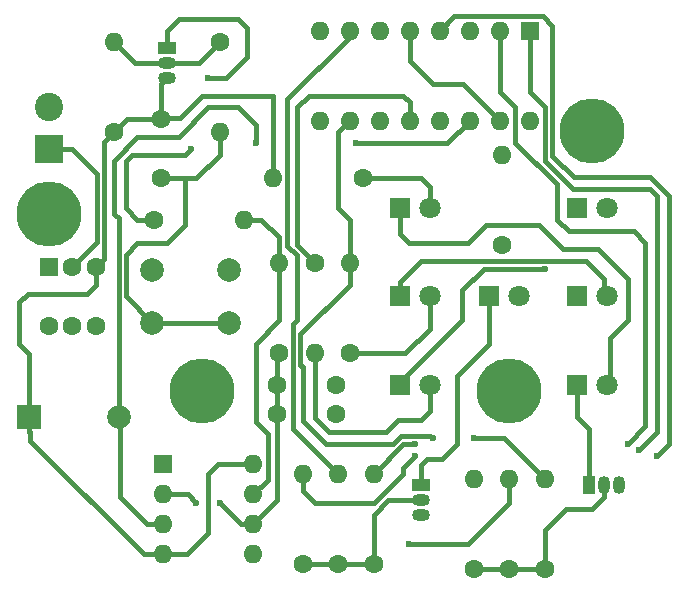
<source format=gtl>
G04 #@! TF.GenerationSoftware,KiCad,Pcbnew,8.0.6*
G04 #@! TF.CreationDate,2025-01-02T19:07:44+01:00*
G04 #@! TF.ProjectId,kostka,6b6f7374-6b61-42e6-9b69-6361645f7063,1*
G04 #@! TF.SameCoordinates,Original*
G04 #@! TF.FileFunction,Copper,L1,Top*
G04 #@! TF.FilePolarity,Positive*
%FSLAX46Y46*%
G04 Gerber Fmt 4.6, Leading zero omitted, Abs format (unit mm)*
G04 Created by KiCad (PCBNEW 8.0.6) date 2025-01-02 19:07:44*
%MOMM*%
%LPD*%
G01*
G04 APERTURE LIST*
G04 #@! TA.AperFunction,ComponentPad*
%ADD10R,1.600000X1.600000*%
G04 #@! TD*
G04 #@! TA.AperFunction,ComponentPad*
%ADD11O,1.600000X1.600000*%
G04 #@! TD*
G04 #@! TA.AperFunction,ComponentPad*
%ADD12C,1.600000*%
G04 #@! TD*
G04 #@! TA.AperFunction,ComponentPad*
%ADD13R,1.050000X1.500000*%
G04 #@! TD*
G04 #@! TA.AperFunction,ComponentPad*
%ADD14O,1.050000X1.500000*%
G04 #@! TD*
G04 #@! TA.AperFunction,ComponentPad*
%ADD15R,2.000000X2.000000*%
G04 #@! TD*
G04 #@! TA.AperFunction,ComponentPad*
%ADD16C,2.000000*%
G04 #@! TD*
G04 #@! TA.AperFunction,ComponentPad*
%ADD17R,1.800000X1.800000*%
G04 #@! TD*
G04 #@! TA.AperFunction,ComponentPad*
%ADD18C,1.800000*%
G04 #@! TD*
G04 #@! TA.AperFunction,ComponentPad*
%ADD19R,1.500000X1.050000*%
G04 #@! TD*
G04 #@! TA.AperFunction,ComponentPad*
%ADD20O,1.500000X1.050000*%
G04 #@! TD*
G04 #@! TA.AperFunction,ComponentPad*
%ADD21R,2.400000X2.400000*%
G04 #@! TD*
G04 #@! TA.AperFunction,ComponentPad*
%ADD22C,2.400000*%
G04 #@! TD*
G04 #@! TA.AperFunction,ViaPad*
%ADD23C,0.600000*%
G04 #@! TD*
G04 #@! TA.AperFunction,ViaPad*
%ADD24C,5.500000*%
G04 #@! TD*
G04 #@! TA.AperFunction,Conductor*
%ADD25C,0.400000*%
G04 #@! TD*
G04 APERTURE END LIST*
D10*
X175700000Y-62500000D03*
D11*
X173160000Y-62500000D03*
X170620000Y-62500000D03*
X168080000Y-62500000D03*
X165540000Y-62500000D03*
X163000000Y-62500000D03*
X160460000Y-62500000D03*
X157920000Y-62500000D03*
X157920000Y-70120000D03*
X160460000Y-70120000D03*
X163000000Y-70120000D03*
X165540000Y-70120000D03*
X168080000Y-70120000D03*
X170620000Y-70120000D03*
X173160000Y-70120000D03*
X175700000Y-70120000D03*
D12*
X174000000Y-108120000D03*
D11*
X174000000Y-100500000D03*
D12*
X156500000Y-107620000D03*
D11*
X156500000Y-100000000D03*
D12*
X140500000Y-71120000D03*
D11*
X140500000Y-63500000D03*
D12*
X154500000Y-89810000D03*
D11*
X154500000Y-82190000D03*
D13*
X180730000Y-101000000D03*
D14*
X182000000Y-101000000D03*
X183270000Y-101000000D03*
D12*
X177000000Y-108120000D03*
D11*
X177000000Y-100500000D03*
D15*
X133360000Y-95250000D03*
D16*
X140960000Y-95250000D03*
D17*
X179730000Y-77500000D03*
D18*
X182270000Y-77500000D03*
D10*
X144700000Y-99200000D03*
D11*
X144700000Y-101740000D03*
X144700000Y-104280000D03*
X144700000Y-106820000D03*
X152320000Y-106820000D03*
X152320000Y-104280000D03*
X152320000Y-101740000D03*
X152320000Y-99200000D03*
D19*
X145000000Y-64000000D03*
D20*
X145000000Y-65270000D03*
X145000000Y-66540000D03*
D12*
X149500000Y-63500000D03*
D11*
X149500000Y-71120000D03*
D12*
X159500000Y-107620000D03*
D11*
X159500000Y-100000000D03*
D12*
X144500000Y-70000000D03*
X144500000Y-75000000D03*
X161620000Y-75000000D03*
D11*
X154000000Y-75000000D03*
D17*
X179725000Y-92500000D03*
D18*
X182265000Y-92500000D03*
D17*
X164725000Y-85000000D03*
D18*
X167265000Y-85000000D03*
D21*
X135000000Y-72500000D03*
D22*
X135000000Y-69000000D03*
D10*
X135000000Y-82500000D03*
D12*
X137000000Y-82500000D03*
X139000000Y-82500000D03*
X135000000Y-87500000D03*
X137000000Y-87500000D03*
X139000000Y-87500000D03*
X171000000Y-108120000D03*
D11*
X171000000Y-100500000D03*
D12*
X157500000Y-82190000D03*
D11*
X157500000Y-89810000D03*
D12*
X160500000Y-89810000D03*
D11*
X160500000Y-82190000D03*
D12*
X154345000Y-95000000D03*
X159345000Y-95000000D03*
D17*
X179725000Y-85000000D03*
D18*
X182265000Y-85000000D03*
D17*
X164725000Y-77500000D03*
D18*
X167265000Y-77500000D03*
D17*
X172230000Y-85000000D03*
D18*
X174770000Y-85000000D03*
D12*
X143880000Y-78500000D03*
D11*
X151500000Y-78500000D03*
D12*
X173355000Y-80645000D03*
D11*
X173355000Y-73025000D03*
D16*
X143750000Y-82750000D03*
X150250000Y-82750000D03*
X143750000Y-87250000D03*
X150250000Y-87250000D03*
D12*
X162500000Y-107620000D03*
D11*
X162500000Y-100000000D03*
D17*
X164730000Y-92500000D03*
D18*
X167270000Y-92500000D03*
D19*
X166500000Y-101000000D03*
D20*
X166500000Y-102270000D03*
X166500000Y-103540000D03*
D12*
X154345000Y-92500000D03*
X159345000Y-92500000D03*
D23*
X161000000Y-72000000D03*
X152500000Y-72000000D03*
D24*
X181000000Y-71000000D03*
X174000000Y-93000000D03*
X148000000Y-93000000D03*
X135000000Y-78000000D03*
D23*
X149500000Y-102500000D03*
X147500000Y-102500000D03*
X177000000Y-82700000D03*
X148500000Y-66500000D03*
X147000000Y-72500000D03*
X186500000Y-98500000D03*
X165500000Y-106000000D03*
X167500000Y-97000000D03*
X171000000Y-97000000D03*
X166000000Y-97500000D03*
X184000000Y-97500000D03*
X185000000Y-98000000D03*
X166000000Y-98500000D03*
D25*
X139065000Y-74612500D02*
X136952500Y-72500000D01*
X139065000Y-80435000D02*
X139065000Y-74612500D01*
X137000000Y-82500000D02*
X139065000Y-80435000D01*
X136952500Y-72500000D02*
X135000000Y-72500000D01*
X152500000Y-70500000D02*
X152500000Y-72000000D01*
X151000000Y-69000000D02*
X152500000Y-70500000D01*
X148500000Y-69000000D02*
X151000000Y-69000000D01*
X146000000Y-71500000D02*
X148500000Y-69000000D01*
X142500000Y-71500000D02*
X146000000Y-71500000D01*
X140900000Y-78400000D02*
X140500000Y-78000000D01*
X141000000Y-95290000D02*
X140900000Y-95190000D01*
X140500000Y-73500000D02*
X142500000Y-71500000D01*
X141000000Y-102000000D02*
X141000000Y-95290000D01*
X140900000Y-95190000D02*
X140900000Y-78400000D01*
X143280000Y-104280000D02*
X141000000Y-102000000D01*
X140500000Y-78000000D02*
X140500000Y-73500000D01*
X144700000Y-104280000D02*
X143280000Y-104280000D01*
X141620000Y-70000000D02*
X144500000Y-70000000D01*
X140500000Y-71120000D02*
X141620000Y-70000000D01*
X145000000Y-62500000D02*
X145000000Y-64000000D01*
X146000000Y-61500000D02*
X145000000Y-62500000D01*
X151000000Y-61500000D02*
X146000000Y-61500000D01*
X151750000Y-62250000D02*
X151000000Y-61500000D01*
X151750000Y-64750000D02*
X151750000Y-62250000D01*
X150000000Y-66500000D02*
X151750000Y-64750000D01*
X148500000Y-66500000D02*
X150000000Y-66500000D01*
X173160000Y-67660000D02*
X173160000Y-62500000D01*
X174500000Y-69000000D02*
X173160000Y-67660000D01*
X174500000Y-72000000D02*
X174500000Y-69000000D01*
X178000000Y-78500000D02*
X178000000Y-75500000D01*
X179000000Y-79500000D02*
X178000000Y-78500000D01*
X185500000Y-80500000D02*
X184500000Y-79500000D01*
X178000000Y-75500000D02*
X174500000Y-72000000D01*
X185500000Y-96000000D02*
X185500000Y-80500000D01*
X184000000Y-97500000D02*
X185500000Y-96000000D01*
X184500000Y-79500000D02*
X179000000Y-79500000D01*
X139000000Y-84000000D02*
X139000000Y-82500000D01*
X133227500Y-84772500D02*
X138227500Y-84772500D01*
X138227500Y-84772500D02*
X139000000Y-84000000D01*
X132500000Y-89000000D02*
X132500000Y-85500000D01*
X133400000Y-96500000D02*
X133360000Y-96460000D01*
X133400000Y-97205000D02*
X133400000Y-96500000D01*
X133360000Y-96460000D02*
X133360000Y-89860000D01*
X133360000Y-89860000D02*
X132500000Y-89000000D01*
X143015000Y-106820000D02*
X133400000Y-97205000D01*
X144700000Y-106820000D02*
X143015000Y-106820000D01*
X132500000Y-85500000D02*
X133227500Y-84772500D01*
X169280000Y-61300000D02*
X168080000Y-62500000D01*
X177600000Y-62100000D02*
X176800000Y-61300000D01*
X176800000Y-61300000D02*
X169280000Y-61300000D01*
X177600000Y-73100000D02*
X177600000Y-62100000D01*
X179430000Y-74930000D02*
X177600000Y-73100000D01*
X185930000Y-74930000D02*
X179430000Y-74930000D01*
X187500000Y-97500000D02*
X187500000Y-76500000D01*
X187500000Y-76500000D02*
X185930000Y-74930000D01*
X186500000Y-98500000D02*
X187500000Y-97500000D01*
X185882500Y-75882500D02*
X186500000Y-76500000D01*
X179382500Y-75882500D02*
X185882500Y-75882500D01*
X177000000Y-73500000D02*
X179382500Y-75882500D01*
X186500000Y-96500000D02*
X185000000Y-98000000D01*
X177000000Y-69000000D02*
X177000000Y-73500000D01*
X186500000Y-76500000D02*
X186500000Y-96500000D01*
X175700000Y-67700000D02*
X177000000Y-69000000D01*
X175700000Y-62500000D02*
X175700000Y-67700000D01*
X182040000Y-77730000D02*
X182270000Y-77500000D01*
X167265000Y-75765000D02*
X167265000Y-77500000D01*
X161620000Y-75000000D02*
X166500000Y-75000000D01*
X166500000Y-75000000D02*
X167265000Y-75765000D01*
X164725000Y-79725000D02*
X164725000Y-77500000D01*
X165500000Y-80500000D02*
X164725000Y-79725000D01*
X170500000Y-80500000D02*
X165500000Y-80500000D01*
X172000000Y-79000000D02*
X170500000Y-80500000D01*
X176500000Y-79000000D02*
X172000000Y-79000000D01*
X184000000Y-87000000D02*
X184000000Y-83500000D01*
X184000000Y-83500000D02*
X181500000Y-81000000D01*
X182500000Y-88500000D02*
X184000000Y-87000000D01*
X182500000Y-92265000D02*
X182500000Y-88500000D01*
X182265000Y-92500000D02*
X182500000Y-92265000D01*
X181500000Y-81000000D02*
X178500000Y-81000000D01*
X178500000Y-81000000D02*
X176500000Y-79000000D01*
X164725000Y-85265000D02*
X164960000Y-85500000D01*
X164725000Y-83775000D02*
X164725000Y-85265000D01*
X166500000Y-82000000D02*
X164725000Y-83775000D01*
X180500000Y-82000000D02*
X166500000Y-82000000D01*
X182040000Y-83540000D02*
X180500000Y-82000000D01*
X182040000Y-85500000D02*
X182040000Y-83540000D01*
X167265000Y-87735000D02*
X167265000Y-85000000D01*
X165190000Y-89810000D02*
X167265000Y-87735000D01*
X160500000Y-89810000D02*
X165190000Y-89810000D01*
X164730000Y-92250000D02*
X164730000Y-92500000D01*
X170000000Y-86980000D02*
X164730000Y-92250000D01*
X170000000Y-84500000D02*
X170000000Y-86980000D01*
X171800000Y-82700000D02*
X170000000Y-84500000D01*
X177000000Y-82700000D02*
X171800000Y-82700000D01*
X158750000Y-96520000D02*
X157500000Y-95270000D01*
X163512500Y-96520000D02*
X158750000Y-96520000D01*
X164532500Y-95500000D02*
X163512500Y-96520000D01*
X166500000Y-95500000D02*
X164532500Y-95500000D01*
X167270000Y-94730000D02*
X166500000Y-95500000D01*
X167270000Y-92500000D02*
X167270000Y-94730000D01*
X157500000Y-95270000D02*
X157500000Y-89810000D01*
X179725000Y-95225000D02*
X179725000Y-92500000D01*
X180730000Y-96230000D02*
X179725000Y-95225000D01*
X180730000Y-101000000D02*
X180730000Y-96230000D01*
X139700000Y-81800000D02*
X139700000Y-71920000D01*
X139000000Y-82500000D02*
X139700000Y-81800000D01*
X139700000Y-71920000D02*
X140500000Y-71120000D01*
X154345000Y-102255000D02*
X152320000Y-104280000D01*
X154345000Y-89965000D02*
X154345000Y-102255000D01*
X154500000Y-89810000D02*
X154345000Y-89965000D01*
X152500000Y-95667500D02*
X153520000Y-96687500D01*
X152500000Y-89000000D02*
X152500000Y-95667500D01*
X153520000Y-100540000D02*
X152320000Y-101740000D01*
X154500000Y-87000000D02*
X152500000Y-89000000D01*
X154500000Y-82190000D02*
X154500000Y-87000000D01*
X153520000Y-96687500D02*
X153520000Y-100540000D01*
X164851472Y-96800000D02*
X167300000Y-96800000D01*
X156300000Y-88200000D02*
X156300000Y-90800000D01*
X167300000Y-96800000D02*
X167500000Y-97000000D01*
X156300000Y-90800000D02*
X156500000Y-91000000D01*
X156500000Y-91000000D02*
X156500000Y-95540000D01*
X164178972Y-97472500D02*
X164851472Y-96800000D01*
X160500000Y-84000000D02*
X156300000Y-88200000D01*
X160500000Y-82190000D02*
X160500000Y-84000000D01*
X158432500Y-97472500D02*
X164178972Y-97472500D01*
X156500000Y-95540000D02*
X158432500Y-97472500D01*
X172230000Y-89072500D02*
X172230000Y-85500000D01*
X169545000Y-91757500D02*
X172230000Y-89072500D01*
X169545000Y-97472500D02*
X169545000Y-91757500D01*
X167005000Y-98742500D02*
X168275000Y-98742500D01*
X168275000Y-98742500D02*
X169545000Y-97472500D01*
X166500000Y-99247500D02*
X167005000Y-98742500D01*
X166500000Y-101000000D02*
X166500000Y-99247500D01*
X178750000Y-103000000D02*
X177000000Y-104750000D01*
X181000000Y-103000000D02*
X178750000Y-103000000D01*
X182000000Y-102000000D02*
X181000000Y-103000000D01*
X182000000Y-101000000D02*
X182000000Y-102000000D01*
X177000000Y-104750000D02*
X177000000Y-108120000D01*
X154000000Y-68000000D02*
X154000000Y-75000000D01*
X146680000Y-106820000D02*
X144700000Y-106820000D01*
X144580000Y-69920000D02*
X146080000Y-69920000D01*
X144500000Y-70000000D02*
X144500000Y-67040000D01*
X148500000Y-105000000D02*
X146680000Y-106820000D01*
X144500000Y-67040000D02*
X145000000Y-66540000D01*
X148000000Y-68000000D02*
X154000000Y-68000000D01*
X146080000Y-69920000D02*
X148000000Y-68000000D01*
X149300000Y-99200000D02*
X148500000Y-100000000D01*
X144500000Y-70000000D02*
X144580000Y-69920000D01*
X152320000Y-99200000D02*
X149300000Y-99200000D01*
X148500000Y-100000000D02*
X148500000Y-105000000D01*
X168740000Y-72000000D02*
X161000000Y-72000000D01*
X170620000Y-70120000D02*
X168740000Y-72000000D01*
X149500000Y-73000000D02*
X149500000Y-71120000D01*
X143750000Y-87250000D02*
X141500000Y-85000000D01*
X147500000Y-75000000D02*
X149500000Y-73000000D01*
X145000000Y-80500000D02*
X146500000Y-79000000D01*
X146500000Y-79000000D02*
X146500000Y-75000000D01*
X143750000Y-87250000D02*
X150250000Y-87250000D01*
X141500000Y-85000000D02*
X141500000Y-81500000D01*
X144500000Y-75000000D02*
X146500000Y-75000000D01*
X146500000Y-75000000D02*
X147500000Y-75000000D01*
X142500000Y-80500000D02*
X145000000Y-80500000D01*
X141500000Y-81500000D02*
X142500000Y-80500000D01*
X152320000Y-104280000D02*
X151280000Y-104280000D01*
X151280000Y-104280000D02*
X149500000Y-102500000D01*
X146740000Y-101740000D02*
X147500000Y-102500000D01*
X144700000Y-101740000D02*
X146740000Y-101740000D01*
X147000000Y-72500000D02*
X146500000Y-73000000D01*
X142500000Y-78500000D02*
X143880000Y-78500000D01*
X146500000Y-73000000D02*
X142000000Y-73000000D01*
X142000000Y-73000000D02*
X141500000Y-73500000D01*
X141500000Y-77500000D02*
X142500000Y-78500000D01*
X141500000Y-73500000D02*
X141500000Y-77500000D01*
X140500000Y-63500000D02*
X142270000Y-65270000D01*
X147730000Y-65270000D02*
X149500000Y-63500000D01*
X142270000Y-65270000D02*
X145000000Y-65270000D01*
X145000000Y-65270000D02*
X147730000Y-65270000D01*
X174000000Y-108120000D02*
X177000000Y-108120000D01*
X171000000Y-108120000D02*
X174000000Y-108120000D01*
X166500000Y-102270000D02*
X163730000Y-102270000D01*
X162500000Y-107620000D02*
X159500000Y-107620000D01*
X163730000Y-102270000D02*
X162500000Y-103500000D01*
X156500000Y-107620000D02*
X159500000Y-107620000D01*
X162500000Y-103500000D02*
X162500000Y-107620000D01*
X154500000Y-82190000D02*
X154500000Y-80000000D01*
X154500000Y-80000000D02*
X153000000Y-78500000D01*
X153000000Y-78500000D02*
X151500000Y-78500000D01*
X160460000Y-62500000D02*
X160460000Y-63040000D01*
X170500000Y-106000000D02*
X174000000Y-102500000D01*
X160460000Y-63040000D02*
X155200000Y-68300000D01*
X155200000Y-68300000D02*
X155200000Y-80738528D01*
X174000000Y-102500000D02*
X174000000Y-100500000D01*
X155700000Y-96200000D02*
X159500000Y-100000000D01*
X165500000Y-106000000D02*
X170500000Y-106000000D01*
X155200000Y-80738528D02*
X156000000Y-81538528D01*
X156000000Y-87000000D02*
X155700000Y-87300000D01*
X155700000Y-87300000D02*
X155700000Y-96200000D01*
X156000000Y-81538528D02*
X156000000Y-87000000D01*
X159500000Y-71080000D02*
X160460000Y-70120000D01*
X160500000Y-78500000D02*
X159500000Y-77500000D01*
X173500000Y-97000000D02*
X171000000Y-97000000D01*
X177000000Y-100500000D02*
X173500000Y-97000000D01*
X160500000Y-82190000D02*
X160500000Y-78500000D01*
X159500000Y-77500000D02*
X159500000Y-71080000D01*
X165000000Y-97500000D02*
X166000000Y-97500000D01*
X162500000Y-100000000D02*
X165000000Y-97500000D01*
X165000000Y-99500000D02*
X166000000Y-98500000D01*
X156500000Y-100000000D02*
X156500000Y-101500000D01*
X157500000Y-102500000D02*
X162500000Y-102500000D01*
X162500000Y-102500000D02*
X165000000Y-100000000D01*
X165000000Y-100000000D02*
X165000000Y-99500000D01*
X156500000Y-101500000D02*
X157500000Y-102500000D01*
X175700000Y-62500000D02*
X175700000Y-62700000D01*
X165540000Y-68540000D02*
X165000000Y-68000000D01*
X156000000Y-69000000D02*
X156000000Y-80690000D01*
X165000000Y-68000000D02*
X157000000Y-68000000D01*
X157000000Y-68000000D02*
X156000000Y-69000000D01*
X165540000Y-70120000D02*
X165540000Y-68540000D01*
X156000000Y-80690000D02*
X157500000Y-82190000D01*
X170040000Y-67000000D02*
X167500000Y-67000000D01*
X167500000Y-67000000D02*
X165540000Y-65040000D01*
X165540000Y-65040000D02*
X165540000Y-62500000D01*
X173160000Y-70120000D02*
X170040000Y-67000000D01*
M02*

</source>
